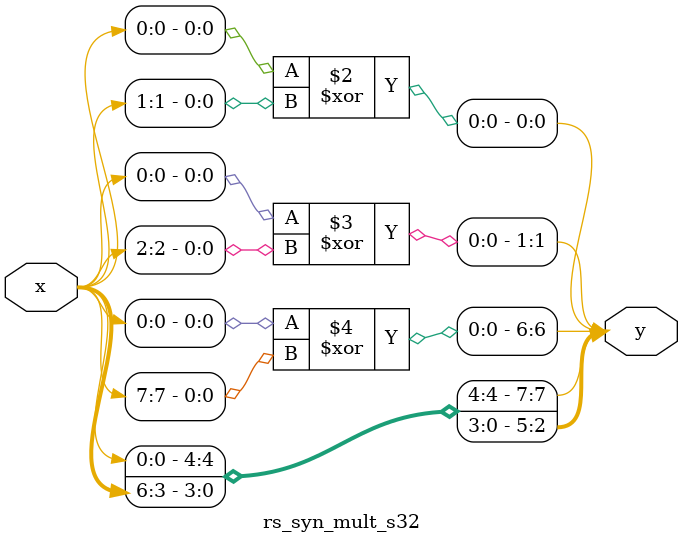
<source format=sv>
`timescale 1ns / 1ps
`default_nettype none // prevents system from inferring an undeclared logic (good practice)

/*
The syndromes module will take in a symbol at a time and output 32 8-bit syndromes.
*/

module rs_syndromes(
  input wire clk_in,
  input wire rst_in,
  input wire new_cvcdu,     //new cvcdu; will happen every 255 bytes since there are 4 parallel RS instances
  input wire [7:0] r_in,    //data in; coeff of r(x), the polynomial created from the 255 byte code word
  input wire data_valid_in,
  output logic [7:0] s1,    //Syndromes; coeffs of S(x)
  output logic [7:0] s2,
  output logic [7:0] s3,
  output logic [7:0] s4,
  output logic [7:0] s5,
  output logic [7:0] s6,
  output logic [7:0] s7,
  output logic [7:0] s8,
  output logic [7:0] s9,
  output logic [7:0] s10,
  output logic [7:0] s11,
  output logic [7:0] s12,
  output logic [7:0] s13,
  output logic [7:0] s14,
  output logic [7:0] s15,
  output logic [7:0] s16,
  output logic [7:0] s17,
  output logic [7:0] s18,
  output logic [7:0] s19,
  output logic [7:0] s20,
  output logic [7:0] s21,
  output logic [7:0] s22,
  output logic [7:0] s23,
  output logic [7:0] s24,
  output logic [7:0] s25,
  output logic [7:0] s26,
  output logic [7:0] s27,
  output logic [7:0] s28,
  output logic [7:0] s29,
  output logic [7:0] s30,
  output logic [7:0] s31,
  output logic [7:0] s32,
  output logic data_valid_out  //NEED TO SET THIS UP
  );

  logic [7:0] counter;  //know when 255 bytes have been processed

  //Running product after multiplying by alpha^{some power}
  logic [7:0] sum1;
  logic [7:0] sum2;
  logic [7:0] sum3;
  logic [7:0] sum4;
  logic [7:0] sum5;
  logic [7:0] sum6;
  logic [7:0] sum7;
  logic [7:0] sum8;
  logic [7:0] sum9;
  logic [7:0] sum10;
  logic [7:0] sum11;
  logic [7:0] sum12;
  logic [7:0] sum13;
  logic [7:0] sum14;
  logic [7:0] sum15;
  logic [7:0] sum16;
  logic [7:0] sum17;
  logic [7:0] sum18;
  logic [7:0] sum19;
  logic [7:0] sum20;
  logic [7:0] sum21;
  logic [7:0] sum22;
  logic [7:0] sum23;
  logic [7:0] sum24;
  logic [7:0] sum25;
  logic [7:0] sum26;
  logic [7:0] sum27;
  logic [7:0] sum28;
  logic [7:0] sum29;
  logic [7:0] sum30;
  logic [7:0] sum31;
  logic [7:0] sum32;

  
  rs_syn_mult_s1 rs_syn_mult_s1_inst (s1, sum1);
  rs_syn_mult_s2 rs_syn_mult_s2_inst (s2, sum2);
  rs_syn_mult_s3 rs_syn_mult_s3_inst (s3, sum3);
  rs_syn_mult_s4 rs_syn_mult_s4_inst (s4, sum4);
  rs_syn_mult_s5 rs_syn_mult_s5_inst (s5, sum5);
  rs_syn_mult_s6 rs_syn_mult_s6_inst (s6, sum6);
  rs_syn_mult_s7 rs_syn_mult_s7_inst (s7, sum7);
  rs_syn_mult_s8 rs_syn_mult_s8_inst (s8, sum8);
  rs_syn_mult_s9 rs_syn_mult_s9_inst (s9, sum9);
  rs_syn_mult_s10 rs_syn_mult_s10_inst (s10, sum10);
  rs_syn_mult_s11 rs_syn_mult_s11_inst (s11, sum11);
  rs_syn_mult_s12 rs_syn_mult_s12_inst (s12, sum12);
  rs_syn_mult_s13 rs_syn_mult_s13_inst (s13, sum13);
  rs_syn_mult_s14 rs_syn_mult_s14_inst (s14, sum14);
  rs_syn_mult_s15 rs_syn_mult_s15_inst (s15, sum15);
  rs_syn_mult_s16 rs_syn_mult_s16_inst (s16, sum16);
  rs_syn_mult_s17 rs_syn_mult_s17_inst (s17, sum17);
  rs_syn_mult_s18 rs_syn_mult_s18_inst (s18, sum18);
  rs_syn_mult_s19 rs_syn_mult_s19_inst (s19, sum19);
  rs_syn_mult_s20 rs_syn_mult_s20_inst (s20, sum20);
  rs_syn_mult_s21 rs_syn_mult_s21_inst (s21, sum21);
  rs_syn_mult_s22 rs_syn_mult_s22_inst (s22, sum22);
  rs_syn_mult_s23 rs_syn_mult_s23_inst (s23, sum23);
  rs_syn_mult_s24 rs_syn_mult_s24_inst (s24, sum24);
  rs_syn_mult_s25 rs_syn_mult_s25_inst (s25, sum25);
  rs_syn_mult_s26 rs_syn_mult_s26_inst (s26, sum26);
  rs_syn_mult_s27 rs_syn_mult_s27_inst (s27, sum27);
  rs_syn_mult_s28 rs_syn_mult_s28_inst (s28, sum28);
  rs_syn_mult_s29 rs_syn_mult_s29_inst (s29, sum29);
  rs_syn_mult_s30 rs_syn_mult_s30_inst (s30, sum30);
  rs_syn_mult_s31 rs_syn_mult_s31_inst (s31, sum31);
  rs_syn_mult_s32 rs_syn_mult_s32_inst (s32, sum32);
  

  always_ff @(posedge clk_in) begin
    if (rst_in) begin  //set all syndromes to zero
      s1 <= 0;
      s2 <= 0;
      s3 <= 0;
      s4 <= 0;
      s5 <= 0;
      s6 <= 0;
      s7 <= 0;
      s8 <= 0;
      s9 <= 0;
      s10 <= 0;
      s11 <= 0;
      s12 <= 0;
      s13 <= 0;
      s14 <= 0;
      s15 <= 0;
      s16 <= 0;
      s17 <= 0;
      s18 <= 0;
      s19 <= 0;
      s20 <= 0;
      s21 <= 0;
      s22 <= 0;
      s23 <= 0;
      s24 <= 0;
      s25 <= 0;
      s26 <= 0;
      s27 <= 0;
      s28 <= 0;
      s29 <= 0;
      s30 <= 0;
      s31 <= 0;
      s32 <= 0;
      data_valid_out <= 0;

    end else if (new_cvcdu) begin  //load r_254 into syndromes; will get multiplied by alphas
      s1 <= r_in;
      s2 <= r_in; 
      s3 <= r_in; 
      s4 <= r_in; 
      s5 <= r_in; 
      s6 <= r_in; 
      s7 <= r_in; 
      s8 <= r_in; 
      s9 <= r_in; 
      s10 <= r_in;
      s11 <= r_in;
      s12 <= r_in;
      s13 <= r_in;
      s14 <= r_in;
      s15 <= r_in;
      s16 <= r_in;
      s17 <= r_in;
      s18 <= r_in;
      s19 <= r_in;
      s20 <= r_in;
      s21 <= r_in;
      s22 <= r_in;
      s23 <= r_in;
      s24 <= r_in;
      s25 <= r_in;
      s26 <= r_in;
      s27 <= r_in;
      s28 <= r_in;
      s29 <= r_in;
      s30 <= r_in;
      s31 <= r_in;
      s32 <= r_in;
      data_valid_out <= 0;
      counter <= 1;
    
    //end else if (counter == 255) begin
    //  data_valid_out <= 1;
    //  counter <= 0;

    end else if (data_valid_in) begin  //new r value comes in; add it to running sum
      s1 <= sum1 ^ r_in;
      s2 <= sum2 ^ r_in;
      s3 <= sum3 ^ r_in;
      s4 <= sum4 ^ r_in;
      s5 <= sum5 ^ r_in;
      s6 <= sum6 ^ r_in;
      s7 <= sum7 ^ r_in;
      s8 <= sum8 ^ r_in;
      s9 <= sum9 ^ r_in;
      s10 <= sum10 ^ r_in;
      s11 <= sum11 ^ r_in;
      s12 <= sum12 ^ r_in;
      s13 <= sum13 ^ r_in;
      s14 <= sum14 ^ r_in;
      s15 <= sum15 ^ r_in;
      s16 <= sum16 ^ r_in;
      s17 <= sum17 ^ r_in;
      s18 <= sum18 ^ r_in;
      s19 <= sum19 ^ r_in;
      s20 <= sum20 ^ r_in;
      s21 <= sum21 ^ r_in;
      s22 <= sum22 ^ r_in;
      s23 <= sum23 ^ r_in;
      s24 <= sum24 ^ r_in;
      s25 <= sum25 ^ r_in;
      s26 <= sum26 ^ r_in;
      s27 <= sum27 ^ r_in;
      s28 <= sum28 ^ r_in;
      s29 <= sum29 ^ r_in;
      s30 <= sum30 ^ r_in;
      s31 <= sum31 ^ r_in;
      s32 <= sum32 ^ r_in;
      counter <= counter + 1;
      data_valid_out <= 0;
    end
  end
endmodule



////////////////////////////////////////
//Syndrome Multipliers
//  Multiply x by alpha^{some power(p)}.
//  x is a coefficient of r(x).
//  sequence goes as follows with r_254 first
//    S_1 = r_0 + alpha^p(r_1 + alpha^p(r_2 + ... + alpha^p(r_253 + alpha^p * r_254)...))

//Multiply x by alpha^{1}
module rs_syn_mult_s1(
  input wire [7:0] x,
  output logic [7:0] y
  );
  always_comb begin
    y[0] = x[7];
    y[1] = x[0] ^ x[7];
    y[2] = x[1] ^ x[7];
    y[3] = x[2];
    y[4] = x[3];
    y[5] = x[4];
    y[6] = x[5];
    y[7] = x[6] ^ x[7];
  end
endmodule


//Multiply x by alpha^{10}
module rs_syn_mult_s2(
  input wire [7:0] x,
  output logic [7:0] y
  );
  always_comb begin
    y[0] = x[0] ^ x[1] ^ x[2] ^ x[3] ^ x[6];
    y[1] = x[4] ^ x[6] ^ x[7];
    y[2] = x[0] ^ x[1] ^ x[2] ^ x[3] ^ x[5] ^ x[6] ^ x[7];
    y[3] = x[1] ^ x[2] ^ x[3] ^ x[4] ^ x[6] ^ x[7];
    y[4] = x[0] ^ x[2] ^ x[3] ^ x[4] ^ x[5] ^ x[7];
    y[5] = x[1] ^ x[3] ^ x[4] ^ x[5] ^ x[6];
    y[6] = x[2] ^ x[4] ^ x[5] ^ x[6] ^ x[7];
    y[7] = x[0] ^ x[1] ^ x[2] ^ x[5] ^ x[7];
  end
endmodule


//Multiply x by alpha^{12}
module rs_syn_mult_s3(
  input wire [7:0] x,
  output logic [7:0] y
  );
  always_comb begin
    y[0] = x[0] ^ x[1] ^ x[4] ^ x[6];
    y[1] = x[2] ^ x[4] ^ x[5] ^ x[6] ^ x[7];
    y[2] = x[0] ^ x[1] ^ x[3] ^ x[4] ^ x[5] ^ x[7];
    y[3] = x[0] ^ x[1] ^ x[2] ^ x[4] ^ x[5] ^ x[6];
    y[4] = x[0] ^ x[1] ^ x[2] ^ x[3] ^ x[5] ^ x[6] ^ x[7];
    y[5] = x[1] ^ x[2] ^ x[3] ^ x[4] ^ x[6] ^ x[7];
    y[6] = x[0] ^ x[2] ^ x[3] ^ x[4] ^ x[5] ^ x[7];
    y[7] = x[0] ^ x[3] ^ x[5];
  end
endmodule


//Multiply x by alpha^{21}
module rs_syn_mult_s4(
  input wire [7:0] x,
  output logic [7:0] y
  );
  always_comb begin
    y[0] = x[0] ^ x[2] ^ x[3] ^ x[5] ^ x[7];
    y[1] = x[0] ^ x[1] ^ x[2] ^ x[4] ^ x[5] ^ x[6] ^ x[7];
    y[2] = x[0] ^ x[1] ^ x[6];
    y[3] = x[0] ^ x[1] ^ x[2] ^ x[7];
    y[4] = x[0] ^ x[1] ^ x[2] ^ x[3];
    y[5] = x[1] ^ x[2] ^ x[3] ^ x[4];
    y[6] = x[0] ^ x[2] ^ x[3] ^ x[4] ^ x[5];
    y[7] = x[1] ^ x[2] ^ x[4] ^ x[6] ^ x[7];
  end
endmodule


//Multiply x by alpha^{23}
module rs_syn_mult_s5(
  input wire [7:0] x,
  output logic [7:0] y
  );
  always_comb begin
    y[0] = x[0] ^ x[1] ^ x[3] ^ x[5] ^ x[6] ^ x[7];
    y[1] = x[0] ^ x[2] ^ x[3] ^ x[4] ^ x[5];
    y[2] = x[4] ^ x[7];
    y[3] = x[0] ^ x[5];
    y[4] = x[0] ^ x[1] ^ x[6];
    y[5] = x[0] ^ x[1] ^ x[2] ^ x[7];
    y[6] = x[0] ^ x[1] ^ x[2] ^ x[3];
    y[7] = x[0] ^ x[2] ^ x[4] ^ x[5] ^ x[6] ^ x[7];
  end

endmodule


//Multiply x by alpha^{32}
module rs_syn_mult_s6(
  input wire [7:0] x,
  output logic [7:0] y
  );
  always_comb begin
    y[0] = x[0] ^ x[4] ^ x[6] ^ x[7];
    y[1] = x[1] ^ x[4] ^ x[5] ^ x[6];
    y[2] = x[0] ^ x[2] ^ x[4] ^ x[5];
    y[3] = x[0] ^ x[1] ^ x[3] ^ x[5] ^ x[6];
    y[4] = x[0] ^ x[1] ^ x[2] ^ x[4] ^ x[6] ^ x[7];
    y[5] = x[1] ^ x[2] ^ x[3] ^ x[5] ^ x[7];
    y[6] = x[2] ^ x[3] ^ x[4] ^ x[6];
    y[7] = x[3] ^ x[5] ^ x[6];
  end

endmodule


//Multiply x by alpha^{34}
module rs_syn_mult_s7(
  input wire [7:0] x,
  output logic [7:0] y
  );
  always_comb begin
    y[0] = x[2] ^ x[4] ^ x[5];
    y[1] = x[2] ^ x[3] ^ x[4] ^ x[6];
    y[2] = x[0] ^ x[2] ^ x[3] ^ x[7];
    y[3] = x[1] ^ x[3] ^ x[4];
    y[4] = x[0] ^ x[2] ^ x[4] ^ x[5];
    y[5] = x[0] ^ x[1] ^ x[3] ^ x[5] ^ x[6];
    y[6] = x[0] ^ x[1] ^ x[2] ^ x[4] ^ x[6] ^ x[7];
    y[7] = x[1] ^ x[3] ^ x[4] ^ x[7];
  end
endmodule


//Multiply x by alpha^{43}
module rs_syn_mult_s8(
  input wire [7:0] x,
  output logic [7:0] y
  );
  always_comb begin
    y[0] = x[4] ^ x[6];
    y[1] = x[0] ^ x[4] ^ x[5] ^ x[6] ^ x[7];
    y[2] = x[0] ^ x[1] ^ x[4] ^ x[5] ^ x[7];
    y[3] = x[0] ^ x[1] ^ x[2] ^ x[5] ^ x[6];
    y[4] = x[0] ^ x[1] ^ x[2] ^ x[3] ^ x[6] ^ x[7];
    y[5] = x[1] ^ x[2] ^ x[3] ^ x[4] ^ x[7];
    y[6] = x[2] ^ x[3] ^ x[4] ^ x[5];
    y[7] = x[3] ^ x[5];
  end
endmodule


//Multiply x by alpha^{45}
module rs_syn_mult_s9(
  input wire [7:0] x,
  output logic [7:0] y
  );
  always_comb begin
    y[0] = x[2] ^ x[4];
    y[1] = x[2] ^ x[3] ^ x[4] ^ x[5];
    y[2] = x[2] ^ x[3] ^ x[5] ^ x[6];
    y[3] = x[0] ^ x[3] ^ x[4] ^ x[6] ^ x[7];
    y[4] = x[0] ^ x[1] ^ x[4] ^ x[5] ^ x[7];
    y[5] = x[0] ^ x[1] ^ x[2] ^ x[5] ^ x[6];
    y[6] = x[0] ^ x[1] ^ x[2] ^ x[3] ^ x[6] ^ x[7];
    y[7] = x[1] ^ x[3] ^ x[7];
  end
endmodule


//Multiply x by alpha^{56}
module rs_syn_mult_s10(
  input wire [7:0] x,
  output logic [7:0] y
  );
  always_comb begin
    y[0] = x[0] ^ x[3] ^ x[5] ^ x[7];
    y[1] = x[0] ^ x[1] ^ x[3] ^ x[4] ^ x[5] ^ x[6] ^ x[7];
    y[2] = x[0] ^ x[1] ^ x[2] ^ x[3] ^ x[4] ^ x[6];
    y[3] = x[0] ^ x[1] ^ x[2] ^ x[3] ^ x[4] ^ x[5] ^ x[7];
    y[4] = x[0] ^ x[1] ^ x[2] ^ x[3] ^ x[4] ^ x[5] ^ x[6];
    y[5] = x[0] ^ x[1] ^ x[2] ^ x[3] ^ x[4] ^ x[5] ^ x[6] ^ x[7];
    y[6] = x[1] ^ x[2] ^ x[3] ^ x[4] ^ x[5] ^ x[6] ^ x[7];
    y[7] = x[2] ^ x[4] ^ x[6];
  end
endmodule


//Multiply x by alpha^{67}
module rs_syn_mult_s11(
  input wire [7:0] x,
  output logic [7:0] y
  );
  always_comb begin
    y[0] = x[1] ^ x[2] ^ x[5] ^ x[7];
    y[1] = x[1] ^ x[3] ^ x[5] ^ x[6] ^ x[7];
    y[2] = x[0] ^ x[1] ^ x[4] ^ x[5] ^ x[6];
    y[3] = x[0] ^ x[1] ^ x[2] ^ x[5] ^ x[6] ^ x[7];
    y[4] = x[1] ^ x[2] ^ x[3] ^ x[6] ^ x[7];
    y[5] = x[0] ^ x[2] ^ x[3] ^ x[4] ^ x[7];
    y[6] = x[1] ^ x[3] ^ x[4] ^ x[5];
    y[7] = x[0] ^ x[1] ^ x[4] ^ x[6] ^ x[7];
  end
endmodule


//Multiply x by alpha^{78}
module rs_syn_mult_s12(
  input wire [7:0] x,
  output logic [7:0] y
  );
  always_comb begin
    y[0] = x[0] ^ x[4] ^ x[5] ^ x[6];
    y[1] = x[0] ^ x[1] ^ x[4] ^ x[7];
    y[2] = x[1] ^ x[2] ^ x[4] ^ x[6];
    y[3] = x[2] ^ x[3] ^ x[5] ^ x[7];
    y[4] = x[0] ^ x[3] ^ x[4] ^ x[6];
    y[5] = x[1] ^ x[4] ^ x[5] ^ x[7];
    y[6] = x[2] ^ x[5] ^ x[6];
    y[7] = x[3] ^ x[4] ^ x[5] ^ x[7];
  end
endmodule


//Multiply x by alpha^{89}
module rs_syn_mult_s13(
  input wire [7:0] x,
  output logic [7:0] y
  );
  always_comb begin
    y[0] = x[1] ^ x[2] ^ x[3] ^ x[4] ^ x[5] ^ x[7];
    y[1] = x[1] ^ x[6] ^ x[7];
    y[2] = x[0] ^ x[1] ^ x[3] ^ x[4] ^ x[5];
    y[3] = x[1] ^ x[2] ^ x[4] ^ x[5] ^ x[6];
    y[4] = x[2] ^ x[3] ^ x[5] ^ x[6] ^ x[7];
    y[5] = x[3] ^ x[4] ^ x[6] ^ x[7];
    y[6] = x[4] ^ x[5] ^ x[7];
    y[7] = x[0] ^ x[1] ^ x[2] ^ x[3] ^ x[4] ^ x[6] ^ x[7];
  end
endmodule


//Multiply x by alpha^{100}
module rs_syn_mult_s14(
  input wire [7:0] x,
  output logic [7:0] y
  );
  always_comb begin
    y[0] = x[6];
    y[1] = x[0] ^ x[6] ^ x[7];
    y[2] = x[0] ^ x[1] ^ x[6] ^ x[7];
    y[3] = x[1] ^ x[2] ^ x[7];
    y[4] = x[2] ^ x[3];
    y[5] = x[3] ^ x[4];
    y[6] = x[4] ^ x[5];
    y[7] = x[5];
  end
endmodule


//Multiply x by alpha^{111}
module rs_syn_mult_s15(
  input wire [7:0] x,
  output logic [7:0] y
  );
  always_comb begin
    y[0] = x[1] ^ x[3] ^ x[4] ^ x[5] ^ x[6];
    y[1] = x[1] ^ x[2] ^ x[3] ^ x[7];
    y[2] = x[1] ^ x[2] ^ x[5] ^ x[6];
    y[3] = x[2] ^ x[3] ^ x[6] ^ x[7];
    y[4] = x[3] ^ x[4] ^ x[7];
    y[5] = x[0] ^ x[4] ^ x[5];
    y[6] = x[0] ^ x[1] ^ x[5] ^ x[6];
    y[7] = x[0] ^ x[2] ^ x[3] ^ x[4] ^ x[5] ^ x[7];
  end
endmodule


//Multiply x by alpha^{122}
module rs_syn_mult_s16(
  input wire [7:0] x,
  output logic [7:0] y
  );
  always_comb begin
    y[0] = x[1] ^ x[2] ^ x[3] ^ x[4];
    y[1] = x[0] ^ x[1] ^ x[5];
    y[2] = x[3] ^ x[4] ^ x[6];
    y[3] = x[0] ^ x[4] ^ x[5] ^ x[7];
    y[4] = x[1] ^ x[5] ^ x[6];
    y[5] = x[2] ^ x[6] ^ x[7];
    y[6] = x[3] ^ x[7];
    y[7] = x[0] ^ x[1] ^ x[2] ^ x[3];
  end
endmodule


//Multiply x by alpha^{133}
module rs_syn_mult_s17(
  input wire [7:0] x,
  output logic [7:0] y
  );
  always_comb begin
    y[0] = x[1] ^ x[2] ^ x[3] ^ x[5] ^ x[7];
    y[1] = x[1] ^ x[4] ^ x[5] ^ x[6] ^ x[7];
    y[2] = x[0] ^ x[1] ^ x[3] ^ x[6];
    y[3] = x[0] ^ x[1] ^ x[2] ^ x[4] ^ x[7];
    y[4] = x[0] ^ x[1] ^ x[2] ^ x[3] ^ x[5];
    y[5] = x[1] ^ x[2] ^ x[3] ^ x[4] ^ x[6];
    y[6] = x[2] ^ x[3] ^ x[4] ^ x[5] ^ x[7];
    y[7] = x[0] ^ x[1] ^ x[2] ^ x[4] ^ x[6] ^ x[7];
  end
endmodule


//Multiply x by alpha^{144}
module rs_syn_mult_s18(
  input wire [7:0] x,
  output logic [7:0] y
  );
  always_comb begin
    y[0] = x[1] ^ x[2] ^ x[3] ^ x[4] ^ x[7];
    y[1] = x[1] ^ x[5] ^ x[7];
    y[2] = x[1] ^ x[3] ^ x[4] ^ x[6] ^ x[7];
    y[3] = x[0] ^ x[2] ^ x[4] ^ x[5] ^ x[7];
    y[4] = x[1] ^ x[3] ^ x[5] ^ x[6];
    y[5] = x[2] ^ x[4] ^ x[6] ^ x[7];
    y[6] = x[3] ^ x[5] ^ x[7];
    y[7] = x[0] ^ x[1] ^ x[2] ^ x[3] ^ x[6] ^ x[7];
  end
endmodule


//Multiply x by alpha^{155}
module rs_syn_mult_s19(
  input wire [7:0] x,
  output logic [7:0] y
  );
  always_comb begin
    y[0] = x[0] ^ x[2] ^ x[3] ^ x[4] ^ x[5] ^ x[6] ^ x[7];
    y[1] = x[1] ^ x[2];
    y[2] = x[4] ^ x[5] ^ x[6] ^ x[7];
    y[3] = x[5] ^ x[6] ^ x[7];
    y[4] = x[6] ^ x[7];
    y[5] = x[7];
    y[6] = x[0];
    y[7] = x[1] ^ x[2] ^ x[3] ^ x[4] ^ x[5] ^ x[6] ^ x[7];
  end
endmodule


//Multiply x by alpha^{166}
module rs_syn_mult_s20(
  input wire [7:0] x,
  output logic [7:0] y
  );
  always_comb begin
    y[0] = x[0] ^ x[2] ^ x[4] ^ x[5] ^ x[6];
    y[1] = x[0] ^ x[1] ^ x[2] ^ x[3] ^ x[4] ^ x[7];
    y[2] = x[1] ^ x[3] ^ x[6];
    y[3] = x[2] ^ x[4] ^ x[7];
    y[4] = x[0] ^ x[3] ^ x[5];
    y[5] = x[0] ^ x[1] ^ x[4] ^ x[6];
    y[6] = x[0] ^ x[1] ^ x[2] ^ x[5] ^ x[7];
    y[7] = x[1] ^ x[3] ^ x[4] ^ x[5];
  end
endmodule


//Multiply x by alpha^{177}
module rs_syn_mult_s21(
  input wire [7:0] x,
  output logic [7:0] y
  );
  always_comb begin
    y[0] = x[0] ^ x[3] ^ x[6] ^ x[7];
    y[1] = x[1] ^ x[3] ^ x[4] ^ x[6];
    y[2] = x[0] ^ x[2] ^ x[3] ^ x[4] ^ x[5] ^ x[6];
    y[3] = x[1] ^ x[3] ^ x[4] ^ x[5] ^ x[6] ^ x[7];
    y[4] = x[0] ^ x[2] ^ x[4] ^ x[5] ^ x[6] ^ x[7];
    y[5] = x[0] ^ x[1] ^ x[3] ^ x[5] ^ x[6] ^ x[7];
    y[6] = x[1] ^ x[2] ^ x[4] ^ x[6] ^ x[7];
    y[7] = x[2] ^ x[5] ^ x[6];
  end
endmodule


//Multiply x by alpha^{188}
module rs_syn_mult_s22(
  input wire [7:0] x,
  output logic [7:0] y
  );
  always_comb begin
    y[0] = x[0] ^ x[5] ^ x[6];
    y[1] = x[0] ^ x[1] ^ x[5] ^ x[7];
    y[2] = x[1] ^ x[2] ^ x[5];
    y[3] = x[0] ^ x[2] ^ x[3] ^ x[6];
    y[4] = x[1] ^ x[3] ^ x[4] ^ x[7];
    y[5] = x[2] ^ x[4] ^ x[5];
    y[6] = x[3] ^ x[5] ^ x[6];
    y[7] = x[4] ^ x[5] ^ x[7];
  end
endmodule


//Multiply x by alpha^{199}
module rs_syn_mult_s23(
  input wire [7:0] x,
  output logic [7:0] y
  );
  always_comb begin
    y[0] = x[5] ^ x[6];
    y[1] = x[0] ^ x[5] ^ x[7];
    y[2] = x[1] ^ x[5];
    y[3] = x[0] ^ x[2] ^ x[6];
    y[4] = x[1] ^ x[3] ^ x[7];
    y[5] = x[2] ^ x[4];
    y[6] = x[3] ^ x[5];
    y[7] = x[4] ^ x[5];
  end
endmodule


//Multiply x by alpha^{210}
module rs_syn_mult_s24(
  input wire [7:0] x,
  output logic [7:0] y
  );
  always_comb begin
    y[0] = x[0] ^ x[1] ^ x[2] ^ x[6] ^ x[7];
    y[1] = x[0] ^ x[3] ^ x[6];
    y[2] = x[0] ^ x[2] ^ x[4] ^ x[6];
    y[3] = x[1] ^ x[3] ^ x[5] ^ x[7];
    y[4] = x[2] ^ x[4] ^ x[6];
    y[5] = x[0] ^ x[3] ^ x[5] ^ x[7];
    y[6] = x[1] ^ x[4] ^ x[6];
    y[7] = x[0] ^ x[1] ^ x[5] ^ x[6];
  end
endmodule


//Multiply x by alpha^{212}
module rs_syn_mult_s25(
  input wire [7:0] x,
  output logic [7:0] y
  );
  always_comb begin
    y[0] = x[0] ^ x[4] ^ x[5];
    y[1] = x[1] ^ x[4] ^ x[6];
    y[2] = x[0] ^ x[2] ^ x[4] ^ x[7];
    y[3] = x[1] ^ x[3] ^ x[5];
    y[4] = x[0] ^ x[2] ^ x[4] ^ x[6];
    y[5] = x[1] ^ x[3] ^ x[5] ^ x[7];
    y[6] = x[2] ^ x[4] ^ x[6];
    y[7] = x[3] ^ x[4] ^ x[7];
  end
endmodule


//Multiply x by alpha^{221}
module rs_syn_mult_s26(
  input wire [7:0] x,
  output logic [7:0] y
  );
  always_comb begin
    y[0] = x[0] ^ x[4];
    y[1] = x[1] ^ x[4] ^ x[5];
    y[2] = x[2] ^ x[4] ^ x[5] ^ x[6];
    y[3] = x[0] ^ x[3] ^ x[5] ^ x[6] ^ x[7];
    y[4] = x[0] ^ x[1] ^ x[4] ^ x[6] ^ x[7];
    y[5] = x[1] ^ x[2] ^ x[5] ^ x[7];
    y[6] = x[2] ^ x[3] ^ x[6];
    y[7] = x[3] ^ x[7];
  end
endmodule


//Multiply x by alpha^{223}
module rs_syn_mult_s27(
  input wire [7:0] x,
  output logic [7:0] y
  );
  always_comb begin
    y[0] = x[2] ^ x[6] ^ x[7];
    y[1] = x[2] ^ x[3] ^ x[6];
    y[2] = x[0] ^ x[2] ^ x[3] ^ x[4] ^ x[6];
    y[3] = x[1] ^ x[3] ^ x[4] ^ x[5] ^ x[7];
    y[4] = x[2] ^ x[4] ^ x[5] ^ x[6];
    y[5] = x[0] ^ x[3] ^ x[5] ^ x[6] ^ x[7];
    y[6] = x[0] ^ x[1] ^ x[4] ^ x[6] ^ x[7];
    y[7] = x[1] ^ x[5] ^ x[6];
  end
endmodule


//Multiply x by alpha^{232}
module rs_syn_mult_s28(
  input wire [7:0] x,
  output logic [7:0] y
  );
  always_comb begin
    y[0] = x[0] ^ x[3] ^ x[4] ^ x[5] ^ x[6];
    y[1] = x[0] ^ x[1] ^ x[3] ^ x[7];
    y[2] = x[1] ^ x[2] ^ x[3] ^ x[5] ^ x[6];
    y[3] = x[2] ^ x[3] ^ x[4] ^ x[6] ^ x[7];
    y[4] = x[3] ^ x[4] ^ x[5] ^ x[7];
    y[5] = x[0] ^ x[4] ^ x[5] ^ x[6];
    y[6] = x[1] ^ x[5] ^ x[6] ^ x[7];
    y[7] = x[2] ^ x[3] ^ x[4] ^ x[5] ^ x[7];
  end
endmodule


//Multiply x by alpha^{234}
module rs_syn_mult_s29(
  input wire [7:0] x,
  output logic [7:0] y
  );
  always_comb begin
    y[0] = x[1] ^ x[2] ^ x[3] ^ x[4] ^ x[6];
    y[1] = x[1] ^ x[5] ^ x[6] ^ x[7];
    y[2] = x[0] ^ x[1] ^ x[3] ^ x[4] ^ x[7];
    y[3] = x[0] ^ x[1] ^ x[2] ^ x[4] ^ x[5];
    y[4] = x[1] ^ x[2] ^ x[3] ^ x[5] ^ x[6];
    y[5] = x[2] ^ x[3] ^ x[4] ^ x[6] ^ x[7];
    y[6] = x[3] ^ x[4] ^ x[5] ^ x[7];
    y[7] = x[0] ^ x[1] ^ x[2] ^ x[3] ^ x[5];
  end
endmodule


//Multiply x by alpha^{243}
module rs_syn_mult_s30(
  input wire [7:0] x,
  output logic [7:0] y
  );
  always_comb begin
    y[0] = x[0] ^ x[4] ^ x[6];
    y[1] = x[0] ^ x[1] ^ x[4] ^ x[5] ^ x[6] ^ x[7];
    y[2] = x[0] ^ x[1] ^ x[2] ^ x[4] ^ x[5] ^ x[7];
    y[3] = x[0] ^ x[1] ^ x[2] ^ x[3] ^ x[5] ^ x[6];
    y[4] = x[0] ^ x[1] ^ x[2] ^ x[3] ^ x[4] ^ x[6] ^ x[7];
    y[5] = x[1] ^ x[2] ^ x[3] ^ x[4] ^ x[5] ^ x[7];
    y[6] = x[2] ^ x[3] ^ x[4] ^ x[5] ^ x[6];
    y[7] = x[3] ^ x[5] ^ x[7];
  end
endmodule


//Multiply x by alpha^{245}
module rs_syn_mult_s31(
  input wire [7:0] x,
  output logic [7:0] y
  );
  always_comb begin
    y[0] = x[2] ^ x[4] ^ x[6] ^ x[7];
    y[1] = x[2] ^ x[3] ^ x[4] ^ x[5] ^ x[6];
    y[2] = x[0] ^ x[2] ^ x[3] ^ x[5];
    y[3] = x[0] ^ x[1] ^ x[3] ^ x[4] ^ x[6];
    y[4] = x[0] ^ x[1] ^ x[2] ^ x[4] ^ x[5] ^ x[7];
    y[5] = x[0] ^ x[1] ^ x[2] ^ x[3] ^ x[5] ^ x[6];
    y[6] = x[0] ^ x[1] ^ x[2] ^ x[3] ^ x[4] ^ x[6] ^ x[7];
    y[7] = x[1] ^ x[3] ^ x[5] ^ x[6];
  end
endmodule


//Multiply x by alpha^{254}
module rs_syn_mult_s32(
  input wire [7:0] x,
  output logic [7:0] y
  );
  always_comb begin
    y[0] = x[0] ^ x[1];
    y[1] = x[0] ^ x[2];
    y[2] = x[3];
    y[3] = x[4];
    y[4] = x[5];
    y[5] = x[6];
    y[6] = x[0] ^ x[7];
    y[7] = x[0];
  end
endmodule

`default_nettype wire

</source>
